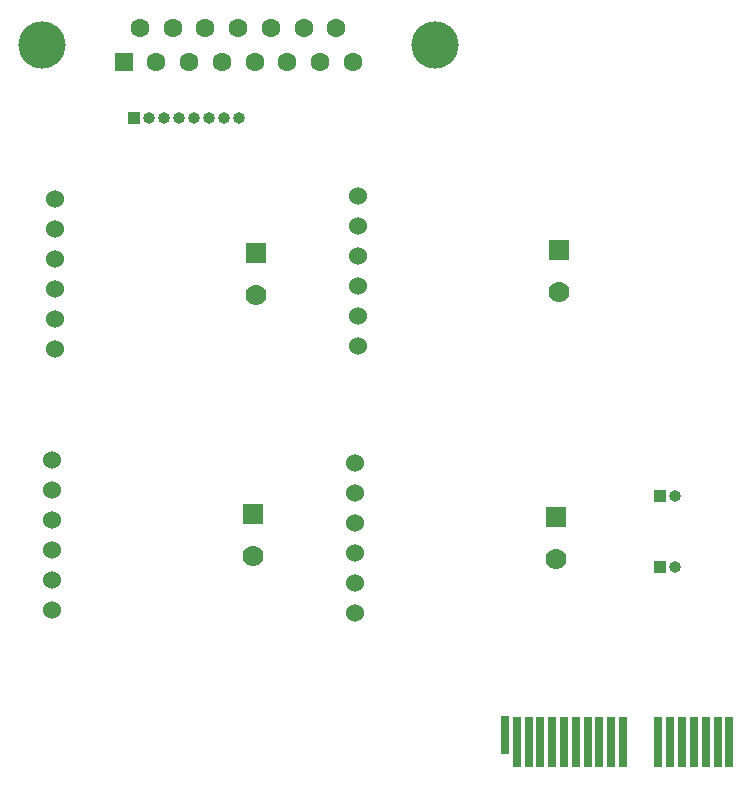
<source format=gbr>
%TF.GenerationSoftware,KiCad,Pcbnew,7.0.7*%
%TF.CreationDate,2023-09-27T20:46:26-07:00*%
%TF.ProjectId,TC-board,54432d62-6f61-4726-942e-6b696361645f,rev?*%
%TF.SameCoordinates,Original*%
%TF.FileFunction,Soldermask,Bot*%
%TF.FilePolarity,Negative*%
%FSLAX46Y46*%
G04 Gerber Fmt 4.6, Leading zero omitted, Abs format (unit mm)*
G04 Created by KiCad (PCBNEW 7.0.7) date 2023-09-27 20:46:26*
%MOMM*%
%LPD*%
G01*
G04 APERTURE LIST*
%ADD10R,0.700000X3.200000*%
%ADD11R,0.700000X4.300000*%
%ADD12C,4.000000*%
%ADD13R,1.600000X1.600000*%
%ADD14C,1.600000*%
%ADD15C,1.524000*%
%ADD16R,1.778000X1.778000*%
%ADD17C,1.778000*%
%ADD18R,1.000000X1.000000*%
%ADD19O,1.000000X1.000000*%
G04 APERTURE END LIST*
D10*
%TO.C,J2*%
X145034000Y-106130000D03*
D11*
X146034000Y-106680000D03*
X147034000Y-106680000D03*
X148034000Y-106680000D03*
X149034000Y-106680000D03*
X150034000Y-106680000D03*
X151034000Y-106680000D03*
X152034000Y-106680000D03*
X153034000Y-106680000D03*
X154034000Y-106680000D03*
X155034000Y-106680000D03*
X158034000Y-106680000D03*
X159034000Y-106680000D03*
X160034000Y-106680000D03*
X161034000Y-106680000D03*
X162034000Y-106680000D03*
X163034000Y-106680000D03*
X164034000Y-106680000D03*
%TD*%
D12*
%TO.C,J1*%
X139098000Y-47666331D03*
X105798000Y-47666331D03*
D13*
X112753000Y-49086331D03*
D14*
X115523000Y-49086331D03*
X118293000Y-49086331D03*
X121063000Y-49086331D03*
X123833000Y-49086331D03*
X126603000Y-49086331D03*
X129373000Y-49086331D03*
X132143000Y-49086331D03*
X114138000Y-46246331D03*
X116908000Y-46246331D03*
X119678000Y-46246331D03*
X122448000Y-46246331D03*
X125218000Y-46246331D03*
X127988000Y-46246331D03*
X130758000Y-46246331D03*
%TD*%
D15*
%TO.C,A2*%
X132587000Y-65532000D03*
D16*
X149607260Y-65023460D03*
D17*
X149607260Y-68579460D03*
D15*
X132587000Y-60452000D03*
X132587000Y-73152000D03*
X132587000Y-70612000D03*
X132587000Y-68072000D03*
X132587000Y-62992000D03*
%TD*%
D18*
%TO.C,J3*%
X113660000Y-53848000D03*
D19*
X114930000Y-53848000D03*
X116200000Y-53848000D03*
X117470000Y-53848000D03*
X118740000Y-53848000D03*
X120010000Y-53848000D03*
X121280000Y-53848000D03*
X122550000Y-53848000D03*
%TD*%
D18*
%TO.C,J4*%
X158130000Y-91900000D03*
D19*
X159400000Y-91900000D03*
%TD*%
D15*
%TO.C,A1*%
X106933000Y-65786000D03*
D16*
X123953260Y-65277460D03*
D17*
X123953260Y-68833460D03*
D15*
X106933000Y-60706000D03*
X106933000Y-73406000D03*
X106933000Y-70866000D03*
X106933000Y-68326000D03*
X106933000Y-63246000D03*
%TD*%
%TO.C,A3*%
X106679000Y-87884000D03*
D16*
X123699260Y-87375460D03*
D17*
X123699260Y-90931460D03*
D15*
X106679000Y-82804000D03*
X106679000Y-95504000D03*
X106679000Y-92964000D03*
X106679000Y-90424000D03*
X106679000Y-85344000D03*
%TD*%
D18*
%TO.C,J5*%
X158150000Y-85900000D03*
D19*
X159420000Y-85900000D03*
%TD*%
D15*
%TO.C,A4*%
X132333000Y-88138000D03*
D16*
X149353260Y-87629460D03*
D17*
X149353260Y-91185460D03*
D15*
X132333000Y-83058000D03*
X132333000Y-95758000D03*
X132333000Y-93218000D03*
X132333000Y-90678000D03*
X132333000Y-85598000D03*
%TD*%
M02*

</source>
